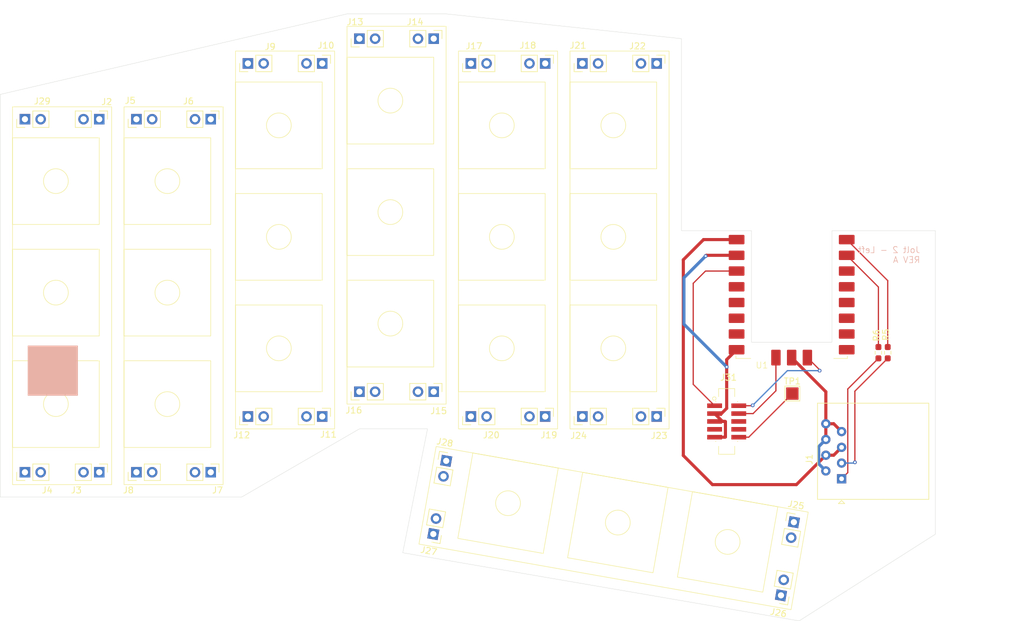
<source format=kicad_pcb>
(kicad_pcb (version 20240108) (generator "pcbnew") (generator_version "8.0")
  (layers (0 "F.Cu" signal) (31 "B.Cu" signal) (34 "B.Paste" user) (35 "F.Paste" user) (36 "B.SilkS" user "B.Silkscreen") (37 "F.SilkS" user "F.Silkscreen") (38 "B.Mask" user) (39 "F.Mask" user) (44 "Edge.Cuts" user))
  (net 0 "")
  (net 1 "/COL-A")
  (net 2 "/ROW-A")
  (net 3 "/ROW-B")
  (net 4 "/ROW-C")
  (net 5 "/ROW-D")
  (net 6 "/ROW-E")
  (net 7 "/ROW-F")
  (net 8 "/COL-B")
  (net 9 "/COL-C")
  (net 10 "/COL-D")
  (net 11 "SERRX")
  (net 12 "SERTX")
  (net 13 "RUN")
  (net 14 "VBUS")
  (net 15 "GND")
  (net 16 "+3.3V")
  (net 17 "Net-(R5-Pad1)")
  (net 18 "Net-(R6-Pad1)")
  (net 19 "SWDIO")
  (net 20 "SWCLK")
  (footprint "davidb-keyboard-foot:Pimoroni-Tiny2040" (layer "F.Cu") (at 164.79 113.33)
    (property "Reference" "U1" (at -4.8 11.4 0) (layer "F.SilkS") (effects (font (thickness 0.1))))
    (property "Value" "~")
    (fp_line (start -9 10.3) (end -9 9.8) (stroke (width 0.1)) (layer "F.SilkS"))
    (fp_line (start -6.6 10.3) (end -9 10.3) (stroke (width 0.1)) (layer "F.SilkS"))
    (fp_line (start 6.8 10.3) (end 9 10.3) (stroke (width 0.1)) (layer "F.SilkS"))
    (fp_line (start 9 10.3) (end 9 9.9) (stroke (width 0.1)) (layer "F.SilkS"))
    (pad "0" smd roundrect (at 8.89 -8.89) (size 2.54 1.524) (layers "F.Cu" "F.Paste" "F.Mask") (roundrect_rratio 0.1) (net 17 "Net-(R5-Pad1)"))
    (pad "1" smd roundrect (at 8.89 -6.35) (size 2.54 1.524) (layers "F.Cu" "F.Paste" "F.Mask") (roundrect_rratio 0.1) (net 18 "Net-(R6-Pad1)"))
    (pad "2" smd roundrect (at 8.89 -3.81) (size 2.54 1.524) (layers "F.Cu" "F.Paste" "F.Mask") (roundrect_rratio 0.1) (net 1 "/COL-A"))
    (pad "3" smd roundrect (at 8.89 -1.27) (size 2.54 1.524) (layers "F.Cu" "F.Paste" "F.Mask") (roundrect_rratio 0.1) (net 8 "/COL-B"))
    (pad "3V" smd roundrect (at -8.89 -3.81) (size 2.54 1.524) (layers "F.Cu" "F.Paste" "F.Mask") (roundrect_rratio 0.1) (net 16 "+3.3V"))
    (pad "4" smd roundrect (at 8.89 1.27) (size 2.54 1.524) (layers "F.Cu" "F.Paste" "F.Mask") (roundrect_rratio 0.1) (net 9 "/COL-C"))
    (pad "5" smd roundrect (at 8.89 3.81) (size 2.54 1.524) (layers "F.Cu" "F.Paste" "F.Mask") (roundrect_rratio 0.1) (net 10 "/COL-D"))
    (pad "5V" smd roundrect (at -8.89 -8.89) (size 2.54 1.524) (layers "F.Cu" "F.Paste" "F.Mask") (roundrect_rratio 0.1) (net 14 "VBUS"))
    (pad "6" smd roundrect (at 8.89 6.35) (size 2.54 1.524) (layers "F.Cu" "F.Paste" "F.Mask") (roundrect_rratio 0.1) (net 2 "/ROW-A"))
    (pad "7" smd roundrect (at 8.89 8.89) (size 2.54 1.524) (layers "F.Cu" "F.Paste" "F.Mask") (roundrect_rratio 0.1) (net 3 "/ROW-B"))
    (pad "A0" smd roundrect (at -8.89 6.35) (size 2.54 1.524) (layers "F.Cu" "F.Paste" "F.Mask") (roundrect_rratio 0.1) (net 4 "/ROW-C"))
    (pad "A1" smd roundrect (at -8.89 3.81) (size 2.54 1.524) (layers "F.Cu" "F.Paste" "F.Mask") (roundrect_rratio 0.1) (net 5 "/ROW-D"))
    (pad "A2" smd roundrect (at -8.89 1.27) (size 2.54 1.524) (layers "F.Cu" "F.Paste" "F.Mask") (roundrect_rratio 0.1) (net 6 "/ROW-E"))
    (pad "A3" smd roundrect (at -8.89 -1.27) (size 2.54 1.524) (layers "F.Cu" "F.Paste" "F.Mask") (roundrect_rratio 0.1) (net 7 "/ROW-F"))
    (pad "GND1" smd roundrect (at -8.89 -6.35) (size 2.54 1.524) (layers "F.Cu" "F.Paste" "F.Mask") (roundrect_rratio 0.1) (net 15 "GND"))
    (pad "GND2" smd roundrect (at -8.89 8.89) (size 2.54 1.524) (layers "F.Cu" "F.Paste" "F.Mask") (roundrect_rratio 0.1) (net 15 "GND"))
    (pad "GND3" smd roundrect (at 0 10.16 90) (size 2.54 1.524) (layers "F.Cu" "F.Paste" "F.Mask") (roundrect_rratio 0.1) (net 15 "GND"))
    (pad "SWC" smd roundrect (at -2.54 10.16 90) (size 2.54 1.524) (layers "F.Cu" "F.Paste" "F.Mask") (roundrect_rratio 0.1) (net 20 "SWCLK"))
    (pad "SWD" smd roundrect (at 2.54 10.16 90) (size 2.54 1.524) (layers "F.Cu" "F.Paste" "F.Mask") (roundrect_rratio 0.1) (net 19 "SWDIO"))
  )
  (footprint "Connector_PinHeader_2.54mm:PinHeader_1x02_P2.54mm_Vertical" (layer "F.Cu") (at 95 72 90)
    (property "Reference" "J13" (at 2.7 -0.7 180) (layer "F.SilkS"))
    (property "Value" "Conn_01x02_Pin")
    (fp_line (start -1.33 -1.33) (end 0 -1.33) (stroke (width 0.12)) (layer "F.SilkS"))
    (fp_line (start -1.33 0) (end -1.33 -1.33) (stroke (width 0.12)) (layer "F.SilkS"))
    (fp_line (start 1.33 1.27) (end 1.33 3.87) (stroke (width 0.12)) (layer "F.SilkS"))
    (fp_line (start -1.33 1.27) (end 1.33 1.27) (stroke (width 0.12)) (layer "F.SilkS"))
    (fp_line (start -1.33 1.27) (end -1.33 3.87) (stroke (width 0.12)) (layer "F.SilkS"))
    (fp_line (start -1.33 3.87) (end 1.33 3.87) (stroke (width 0.12)) (layer "F.SilkS"))
    (pad "1" thru_hole rect (at 0 0 90) (size 1.7 1.7) (drill 1) (layers "*.Cu" "*.Mask") (net 4 "/ROW-C"))
    (pad "2" thru_hole oval (at 0 2.54 90) (size 1.7 1.7) (drill 1) (layers "*.Cu" "*.Mask") (net 4 "/ROW-C"))
  )
  (footprint "Connector_PinHeader_2.54mm:PinHeader_1x02_P2.54mm_Vertical" (layer "F.Cu") (at 113 133 90)
    (property "Reference" "J20" (at -3 3.3 180) (layer "F.SilkS"))
    (property "Value" "Conn_01x02_Pin")
    (fp_line (start -1.33 -1.33) (end 0 -1.33) (stroke (width 0.12)) (layer "F.SilkS"))
    (fp_line (start -1.33 0) (end -1.33 -1.33) (stroke (width 0.12)) (layer "F.SilkS"))
    (fp_line (start 1.33 1.27) (end 1.33 3.87) (stroke (width 0.12)) (layer "F.SilkS"))
    (fp_line (start -1.33 1.27) (end 1.33 1.27) (stroke (width 0.12)) (layer "F.SilkS"))
    (fp_line (start -1.33 1.27) (end -1.33 3.87) (stroke (width 0.12)) (layer "F.SilkS"))
    (fp_line (start -1.33 3.87) (end 1.33 3.87) (stroke (width 0.12)) (layer "F.SilkS"))
    (pad "1" thru_hole rect (at 0 0 90) (size 1.7 1.7) (drill 1) (layers "*.Cu" "*.Mask") (net 3 "/ROW-B"))
    (pad "2" thru_hole oval (at 0 2.54 90) (size 1.7 1.7) (drill 1) (layers "*.Cu" "*.Mask") (net 3 "/ROW-B"))
  )
  (footprint "Connector_PinHeader_2.54mm:PinHeader_1x02_P2.54mm_Vertical" (layer "F.Cu") (at 89 76 -90)
    (property "Reference" "J10" (at -2.9 -0.6 180) (layer "F.SilkS"))
    (property "Value" "Conn_01x02_Pin")
    (fp_line (start -1.33 3.87) (end 1.33 3.87) (stroke (width 0.12)) (layer "F.SilkS"))
    (fp_line (start -1.33 1.27) (end -1.33 3.87) (stroke (width 0.12)) (layer "F.SilkS"))
    (fp_line (start -1.33 1.27) (end 1.33 1.27) (stroke (width 0.12)) (layer "F.SilkS"))
    (fp_line (start 1.33 1.27) (end 1.33 3.87) (stroke (width 0.12)) (layer "F.SilkS"))
    (fp_line (start -1.33 0) (end -1.33 -1.33) (stroke (width 0.12)) (layer "F.SilkS"))
    (fp_line (start -1.33 -1.33) (end 0 -1.33) (stroke (width 0.12)) (layer "F.SilkS"))
    (pad "1" thru_hole rect (at 0 0 270) (size 1.7 1.7) (drill 1) (layers "*.Cu" "*.Mask") (net 8 "/COL-B"))
    (pad "2" thru_hole oval (at 0 2.54 270) (size 1.7 1.7) (drill 1) (layers "*.Cu" "*.Mask") (net 8 "/COL-B"))
  )
  (footprint "Connector_PinHeader_2.54mm:PinHeader_1x02_P2.54mm_Vertical" (layer "F.Cu") (at 165.1509 150.0605 -10)
    (property "Reference" "J25" (at -0.135557 -2.779198 170) (layer "F.SilkS"))
    (property "Value" "Conn_01x02_Pin")
    (fp_line (start -1.33 3.87) (end 1.33 3.87) (stroke (width 0.12)) (layer "F.SilkS"))
    (fp_line (start -1.329999 1.27) (end -1.33 3.87) (stroke (width 0.12)) (layer "F.SilkS"))
    (fp_line (start -1.329999 1.27) (end 1.33 1.27) (stroke (width 0.12)) (layer "F.SilkS"))
    (fp_line (start -1.33 0) (end -1.33 -1.33) (stroke (width 0.12)) (layer "F.SilkS"))
    (fp_line (start -1.33 -1.33) (end 0 -1.33) (stroke (width 0.12)) (layer "F.SilkS"))
    (fp_line (start 1.33 1.27) (end 1.33 3.87) (stroke (width 0.12)) (layer "F.SilkS"))
    (pad "1" thru_hole rect (at 0 0 350) (size 1.7 1.7) (drill 1) (layers "*.Cu" "*.Mask") (net 7 "/ROW-F"))
    (pad "2" thru_hole oval (at 0 2.54 350) (size 1.7 1.7) (drill 1) (layers "*.Cu" "*.Mask") (net 7 "/ROW-F"))
  )
  (footprint "Resistor_SMD:R_0603_1608Metric_Pad0.98x0.95mm_HandSolder" (layer "F.Cu") (at 180.3 122.7 -90)
    (property "Reference" "R5" (at -2.9 0.3 90) (layer "F.SilkS"))
    (property "Value" "27")
    (fp_line (start -0.254724 0.5225) (end 0.254724 0.5225) (stroke (width 0.12)) (layer "F.SilkS"))
    (fp_line (start -0.254724 -0.5225) (end 0.254724 -0.5225) (stroke (width 0.12)) (layer "F.SilkS"))
    (pad "1" smd roundrect (at -0.9125 0 270) (size 0.975 0.95) (layers "F.Cu" "F.Paste" "F.Mask") (net 17 "Net-(R5-Pad1)"))
    (pad "2" smd roundrect (at 0.9125 0 270) (size 0.975 0.95) (layers "F.Cu" "F.Paste" "F.Mask") (net 12 "SERTX"))
  )
  (footprint "Connector_PinHeader_2.54mm:PinHeader_1x02_P2.54mm_Vertical" (layer "F.Cu") (at 59 85 90)
    (property "Reference" "J5" (at 3 -1 180) (layer "F.SilkS"))
    (property "Value" "Conn_01x02_Pin")
    (fp_line (start -1.33 -1.33) (end 0 -1.33) (stroke (width 0.12)) (layer "F.SilkS"))
    (fp_line (start -1.33 0) (end -1.33 -1.33) (stroke (width 0.12)) (layer "F.SilkS"))
    (fp_line (start 1.33 1.27) (end 1.33 3.87) (stroke (width 0.12)) (layer "F.SilkS"))
    (fp_line (start -1.33 1.27) (end 1.33 1.27) (stroke (width 0.12)) (layer "F.SilkS"))
    (fp_line (start -1.33 1.27) (end -1.33 3.87) (stroke (width 0.12)) (layer "F.SilkS"))
    (fp_line (start -1.33 3.87) (end 1.33 3.87) (stroke (width 0.12)) (layer "F.SilkS"))
    (pad "1" thru_hole rect (at 0 0 90) (size 1.7 1.7) (drill 1) (layers "*.Cu" "*.Mask") (net 4 "/ROW-C"))
    (pad "2" thru_hole oval (at 0 2.54 90) (size 1.7 1.7) (drill 1) (layers "*.Cu" "*.Mask") (net 4 "/ROW-C"))
  )
  (footprint "Connector_RJ:RJ45_Amphenol_54602-x08_Horizontal" (layer "F.Cu") (at 172.85 143.06 90)
    (property "Reference" "J1" (at 3.145 -5.2 90) (layer "F.SilkS"))
    (property "Value" "RJ45")
    (fp_line (start 12.205 -3.88) (end -3.315 -3.88) (stroke (width 0.12)) (layer "F.SilkS"))
    (fp_line (start 12.205 -3.88) (end 12.205 14.08) (stroke (width 0.12)) (layer "F.SilkS"))
    (fp_line (start -3.315 -3.88) (end -3.315 14.08) (stroke (width 0.12)) (layer "F.SilkS"))
    (fp_line (start -4 -0.5) (end -4 0.5) (stroke (width 0.12)) (layer "F.SilkS"))
    (fp_line (start -3.5 0) (end -4 -0.5) (stroke (width 0.12)) (layer "F.SilkS"))
    (fp_line (start -4 0.5) (end -3.5 0) (stroke (width 0.12)) (layer "F.SilkS"))
    (fp_line (start -3.315 14.08) (end 12.205 14.08) (stroke (width 0.12)) (layer "F.SilkS"))
    (pad "" np_thru_hole circle (at -1.27 6.35 90) (size 3.2 3.2) (drill 3.2) (layers "*.Cu" "*.Mask"))
    (pad "" np_thru_hole circle (at 10.16 6.35 90) (size 3.2 3.2) (drill 3.2) (layers "*.Cu" "*.Mask"))
    (pad "1" thru_hole rect (at 0 0 90) (size 1.5 1.5) (drill 0.76) (layers "*.Cu" "*.Mask") (net 11 "SERRX"))
    (pad "2" thru_hole circle (at 1.27 -2.54 90) (size 1.5 1.5) (drill 0.76) (layers "*.Cu" "*.Mask") (net 15 "GND"))
    (pad "3" thru_hole circle (at 2.54 0 90) (size 1.5 1.5) (drill 0.76) (layers "*.Cu" "*.Mask") (net 12 "SERTX"))
    (pad "4" thru_hole circle (at 3.81 -2.54 90) (size 1.5 1.5) (drill 0.76) (layers "*.Cu" "*.Mask") (net 14 "VBUS"))
    (pad "5" thru_hole circle (at 5.08 0 90) (size 1.5 1.5) (drill 0.76) (layers "*.Cu" "*.Mask") (net 14 "VBUS"))
    (pad "6" thru_hole circle (at 6.35 -2.54 90) (size 1.5 1.5) (drill 0.76) (layers "*.Cu" "*.Mask") (net 15 "GND"))
    (pad "7" thru_hole circle (at 7.62 0 90) (size 1.5 1.5) (drill 0.76) (layers "*.Cu" "*.Mask") (net 15 "GND"))
    (pad "8" thru_hole circle (at 8.89 -2.54 90) (size 1.5 1.5) (drill 0.76) (layers "*.Cu" "*.Mask") (net 15 "GND"))
  )
  (footprint "Connector_PinHeader_2.54mm:PinHeader_1x02_P2.54mm_Vertical" (layer "F.Cu") (at 77 133 90)
    (property "Reference" "J12" (at -3 -1 180) (layer "F.SilkS"))
    (property "Value" "Conn_01x02_Pin")
    (fp_line (start -1.33 -1.33) (end 0 -1.33) (stroke (width 0.12)) (layer "F.SilkS"))
    (fp_line (start -1.33 0) (end -1.33 -1.33) (stroke (width 0.12)) (layer "F.SilkS"))
    (fp_line (start 1.33 1.27) (end 1.33 3.87) (stroke (width 0.12)) (layer "F.SilkS"))
    (fp_line (start -1.33 1.27) (end 1.33 1.27) (stroke (width 0.12)) (layer "F.SilkS"))
    (fp_line (start -1.33 1.27) (end -1.33 3.87) (stroke (width 0.12)) (layer "F.SilkS"))
    (fp_line (start -1.33 3.87) (end 1.33 3.87) (stroke (width 0.12)) (layer "F.SilkS"))
    (pad "1" thru_hole rect (at 0 0 90) (size 1.7 1.7) (drill 1) (layers "*.Cu" "*.Mask") (net 3 "/ROW-B"))
    (pad "2" thru_hole oval (at 0 2.54 90) (size 1.7 1.7) (drill 1) (layers "*.Cu" "*.Mask") (net 3 "/ROW-B"))
  )
  (footprint "Connector_PinHeader_2.54mm:PinHeader_1x02_P2.54mm_Vertical" (layer "F.Cu") (at 53 85 -90)
    (property "Reference" "J2" (at -2.8 -1.2 180) (layer "F.SilkS"))
    (property "Value" "Conn_01x02_Pin")
    (fp_line (start -1.33 3.87) (end 1.33 3.87) (stroke (width 0.12)) (layer "F.SilkS"))
    (fp_line (start -1.33 1.27) (end -1.33 3.87) (stroke (width 0.12)) (layer "F.SilkS"))
    (fp_line (start -1.33 1.27) (end 1.33 1.27) (stroke (width 0.12)) (layer "F.SilkS"))
    (fp_line (start 1.33 1.27) (end 1.33 3.87) (stroke (width 0.12)) (layer "F.SilkS"))
    (fp_line (start -1.33 0) (end -1.33 -1.33) (stroke (width 0.12)) (layer "F.SilkS"))
    (fp_line (start -1.33 -1.33) (end 0 -1.33) (stroke (width 0.12)) (layer "F.SilkS"))
    (pad "1" thru_hole rect (at 0 0 270) (size 1.7 1.7) (drill 1) (layers "*.Cu" "*.Mask") (net 1 "/COL-A"))
    (pad "2" thru_hole oval (at 0 2.54 270) (size 1.7 1.7) (drill 1) (layers "*.Cu" "*.Mask") (net 1 "/COL-A"))
  )
  (footprint "Connector_PinHeader_2.54mm:PinHeader_1x02_P2.54mm_Vertical" (layer "F.Cu") (at 77 76 90)
    (property "Reference" "J9" (at 2.7 3.6 180) (layer "F.SilkS"))
    (property "Value" "Conn_01x02_Pin")
    (fp_line (start -1.33 -1.33) (end 0 -1.33) (stroke (width 0.12)) (layer "F.SilkS"))
    (fp_line (start -1.33 0) (end -1.33 -1.33) (stroke (width 0.12)) (layer "F.SilkS"))
    (fp_line (start 1.33 1.27) (end 1.33 3.87) (stroke (width 0.12)) (layer "F.SilkS"))
    (fp_line (start -1.33 1.27) (end 1.33 1.27) (stroke (width 0.12)) (layer "F.SilkS"))
    (fp_line (start -1.33 1.27) (end -1.33 3.87) (stroke (width 0.12)) (layer "F.SilkS"))
    (fp_line (start -1.33 3.87) (end 1.33 3.87) (stroke (width 0.12)) (layer "F.SilkS"))
    (pad "1" thru_hole rect (at 0 0 90) (size 1.7 1.7) (drill 1) (layers "*.Cu" "*.Mask") (net 7 "/ROW-F"))
    (pad "2" thru_hole oval (at 0 2.54 90) (size 1.7 1.7) (drill 1) (layers "*.Cu" "*.Mask") (net 7 "/ROW-F"))
  )
  (footprint "Connector_PinHeader_2.54mm:PinHeader_1x02_P2.54mm_Vertical" (layer "F.Cu") (at 131 76 90)
    (property "Reference" "J21" (at 2.9 -0.7 180) (layer "F.SilkS"))
    (property "Value" "Conn_01x02_Pin")
    (fp_line (start -1.33 -1.33) (end 0 -1.33) (stroke (width 0.12)) (layer "F.SilkS"))
    (fp_line (start -1.33 0) (end -1.33 -1.33) (stroke (width 0.12)) (layer "F.SilkS"))
    (fp_line (start 1.33 1.27) (end 1.33 3.87) (stroke (width 0.12)) (layer "F.SilkS"))
    (fp_line (start -1.33 1.27) (end 1.33 1.27) (stroke (width 0.12)) (layer "F.SilkS"))
    (fp_line (start -1.33 1.27) (end -1.33 3.87) (stroke (width 0.12)) (layer "F.SilkS"))
    (fp_line (start -1.33 3.87) (end 1.33 3.87) (stroke (width 0.12)) (layer "F.SilkS"))
    (pad "1" thru_hole rect (at 0 0 90) (size 1.7 1.7) (drill 1) (layers "*.Cu" "*.Mask") (net 4 "/ROW-C"))
    (pad "2" thru_hole oval (at 0 2.54 90) (size 1.7 1.7) (drill 1) (layers "*.Cu" "*.Mask") (net 4 "/ROW-C"))
  )
  (footprint "Connector_PinHeader_2.54mm:PinHeader_1x02_P2.54mm_Vertical" (layer "F.Cu") (at 125 76 -90)
    (property "Reference" "J18" (at -2.9 2.8 180) (layer "F.SilkS"))
    (property "Value" "Conn_01x02_Pin")
    (fp_line (start -1.33 3.87) (end 1.33 3.87) (stroke (width 0.12)) (layer "F.SilkS"))
    (fp_line (start -1.33 1.27) (end -1.33 3.87) (stroke (width 0.12)) (layer "F.SilkS"))
    (fp_line (start -1.33 1.27) (end 1.33 1.27) (stroke (width 0.12)) (layer "F.SilkS"))
    (fp_line (start 1.33 1.27) (end 1.33 3.87) (stroke (width 0.12)) (layer "F.SilkS"))
    (fp_line (start -1.33 0) (end -1.33 -1.33) (stroke (width 0.12)) (layer "F.SilkS"))
    (fp_line (start -1.33 -1.33) (end 0 -1.33) (stroke (width 0.12)) (layer "F.SilkS"))
    (pad "1" thru_hole rect (at 0 0 270) (size 1.7 1.7) (drill 1) (layers "*.Cu" "*.Mask") (net 9 "/COL-C"))
    (pad "2" thru_hole oval (at 0 2.54 270) (size 1.7 1.7) (drill 1) (layers "*.Cu" "*.Mask") (net 9 "/COL-C"))
  )
  (footprint "TestPoint:TestPoint_Pad_2.0x2.0mm" (layer "F.Cu") (at 164.9 129.3)
    (property "Reference" "TP1" (at 0 -1.998 0) (layer "F.SilkS"))
    (property "Value" "Reset")
    (fp_line (start -1.2 -1.2) (end 1.2 -1.2) (stroke (width 0.12)) (layer "F.SilkS"))
    (fp_line (start -1.2 1.2) (end -1.2 -1.2) (stroke (width 0.12)) (layer "F.SilkS"))
    (fp_line (start 1.2 -1.2) (end 1.2 1.2) (stroke (width 0.12)) (layer "F.SilkS"))
    (fp_line (start 1.2 1.2) (end -1.2 1.2) (stroke (width 0.12)) (layer "F.SilkS"))
    (pad "1" smd rect (at 0 0) (size 2 2) (layers "F.Cu" "F.Mask") (net 13 "RUN"))
  )
  (footprint "davidb-keyboard-foot:Cortex-M-Debug10" (layer "F.Cu") (at 154.3 133.8)
    (property "Reference" "J31" (at 0.3 -7.1 0) (layer "F.SilkS"))
    (property "Value" "Conn_ARM_JTAG_SWD_10")
    (fp_line (start -1.765 -3.235) (end -1.765 -3.17) (stroke (width 0.12)) (layer "F.SilkS"))
    (fp_line (start -1.765 3.17) (end -1.765 3.235) (stroke (width 0.12)) (layer "F.SilkS"))
    (fp_line (start -1.3 -5.3) (end 1.3 -5.3) (stroke (width 0.1)) (layer "F.SilkS"))
    (fp_line (start -1.3 -4) (end -1.3 -5.3) (stroke (width 0.1)) (layer "F.SilkS"))
    (fp_line (start -1.3 4) (end -1.3 5.3) (stroke (width 0.1)) (layer "F.SilkS"))
    (fp_line (start -1.3 5.3) (end 1.3 5.3) (stroke (width 0.1)) (layer "F.SilkS"))
    (fp_line (start 1.3 -5.3) (end 1.3 -4) (stroke (width 0.1)) (layer "F.SilkS"))
    (fp_line (start 1.3 5.3) (end 1.3 4) (stroke (width 0.1)) (layer "F.SilkS"))
    (fp_line (start 1.765 -3.235) (end 1.765 -3.17) (stroke (width 0.12)) (layer "F.SilkS"))
    (fp_line (start 1.765 3.17) (end 1.765 3.235) (stroke (width 0.12)) (layer "F.SilkS"))
    (fp_circle (center -2 -3.7) (end -1.8 -3.9) (stroke (width 0.1)) (fill none) (layer "F.SilkS"))
    (pad "1" smd rect (at -1.95 -2.54) (size 2.4 0.74) (layers "F.Cu" "F.Paste" "F.Mask") (net 16 "+3.3V"))
    (pad "2" smd rect (at 1.95 -2.54) (size 2.4 0.74) (layers "F.Cu" "F.Paste" "F.Mask") (net 19 "SWDIO"))
    (pad "3" smd rect (at -1.95 -1.27) (size 2.4 0.74) (layers "F.Cu" "F.Paste" "F.Mask") (net 15 "GND"))
    (pad "4" smd rect (at 1.95 -1.27) (size 2.4 0.74) (layers "F.Cu" "F.Paste" "F.Mask") (net 20 "SWCLK"))
    (pad "5" smd rect (at -1.95 0) (size 2.4 0.74) (layers "F.Cu" "F.Paste" "F.Mask") (net 15 "GND"))
    (pad "6" smd rect (at 1.95 0) (size 2.4 0.74) (layers "F.Cu" "F.Paste" "F.Mask"))
    (pad "7" smd rect (at -1.95 1.27) (size 2.4 0.74) (layers "F.Cu" "F.Paste" "F.Mask"))
    (pad "8" smd rect (at 1.95 1.27) (size 2.4 0.74) (layers "F.Cu" "F.Paste" "F.Mask"))
    (pad "9" smd rect (at -1.95 2.54) (size 2.4 0.74) (layers "F.Cu" "F.Paste" "F.Mask") (net 15 "GND"))
    (pad "10" smd rect (at 1.95 2.54) (size 2.4 0.74) (layers "F.Cu" "F.Paste" "F.Mask") (net 13 "RUN"))
  )
  (footprint "Connector_PinHeader_2.54mm:PinHeader_1x02_P2.54mm_Vertical" (layer "F.Cu") (at 107 129 -90)
    (property "Reference" "J15" (at 3.1 -0.8 180) (layer "F.SilkS"))
    (property "Value" "Conn_01x02_Pin")
    (fp_line (start -1.33 3.87) (end 1.33 3.87) (stroke (width 0.12)) (layer "F.SilkS"))
    (fp_line (start -1.33 1.27) (end -1.33 3.87) (stroke (width 0.12)) (layer "F.SilkS"))
    (fp_line (start -1.33 1.27) (end 1.33 1.27) (stroke (width 0.12)) (layer "F.SilkS"))
    (fp_line (start 1.33 1.27) (end 1.33 3.87) (stroke (width 0.12)) (layer "F.SilkS"))
    (fp_line (start -1.33 0) (end -1.33 -1.33) (stroke (width 0.12)) (layer "F.SilkS"))
    (fp_line (start -1.33 -1.33) (end 0 -1.33) (stroke (width 0.12)) (layer "F.SilkS"))
    (pad "1" thru_hole rect (at 0 0 270) (size 1.7 1.7) (drill 1) (layers "*.Cu" "*.Mask") (net 5 "/ROW-D"))
    (pad "2" thru_hole oval (at 0 2.54 270) (size 1.7 1.7) (drill 1) (layers "*.Cu" "*.Mask") (net 5 "/ROW-D"))
  )
  (footprint "Connector_PinHeader_2.54mm:PinHeader_1x02_P2.54mm_Vertical" (layer "F.Cu") (at 106.9331 151.9803 170)
    (property "Reference" "J27" (at 0.24966 -2.805717 170) (layer "F.SilkS"))
    (property "Value" "Conn_01x02_Pin")
    (fp_line (start 1.33 1.27) (end 1.33 3.87) (stroke (width 0.12)) (layer "F.SilkS"))
    (fp_line (start -1.33 -1.33) (end 0 -1.33) (stroke (width 0.12)) (layer "F.SilkS"))
    (fp_line (start -1.33 0) (end -1.33 -1.33) (stroke (width 0.12)) (layer "F.SilkS"))
    (fp_line (start -1.329999 1.27) (end 1.33 1.27) (stroke (width 0.12)) (layer "F.SilkS"))
    (fp_line (start -1.329999 1.27) (end -1.33 3.87) (stroke (width 0.12)) (layer "F.SilkS"))
    (fp_line (start -1.33 3.87) (end 1.33 3.87) (stroke (width 0.12)) (layer "F.SilkS"))
    (pad "1" thru_hole rect (at 0 0 170) (size 1.7 1.7) (drill 1) (layers "*.Cu" "*.Mask") (net 2 "/ROW-A"))
    (pad "2" thru_hole oval (at 0 2.54 170) (size 1.7 1.7) (drill 1) (layers "*.Cu" "*.Mask") (net 2 "/ROW-A"))
  )
  (footprint "Connector_PinHeader_2.54mm:PinHeader_1x02_P2.54mm_Vertical" (layer "F.Cu") (at 163.0671 161.8782 170)
    (property "Reference" "J26" (at -0.091546 -2.849181 170) (layer "F.SilkS"))
    (property "Value" "Conn_01x02_Pin")
    (fp_line (start 1.33 1.27) (end 1.33 3.87) (stroke (width 0.12)) (layer "F.SilkS"))
    (fp_line (start -1.33 -1.33) (end 0 -1.33) (stroke (width 0.12)) (layer "F.SilkS"))
    (fp_line (start -1.33 0) (end -1.33 -1.33) (stroke (width 0.12)) (layer "F.SilkS"))
    (fp_line (start -1.329999 1.27) (end 1.33 1.27) (stroke (width 0.12)) (layer "F.SilkS"))
    (fp_line (start -1.329999 1.27) (end -1.33 3.87) (stroke (width 0.12)) (layer "F.SilkS"))
    (fp_line (start -1.33 3.87) (end 1.33 3.87) (stroke (width 0.12)) (layer "F.SilkS"))
    (pad "1" thru_hole rect (at 0 0 170) (size 1.7 1.7) (drill 1) (layers "*.Cu" "*.Mask") (net 10 "/COL-D"))
    (pad "2" thru_hole oval (at 0 2.54 170) (size 1.7 1.7) (drill 1) (layers "*.Cu" "*.Mask") (net 10 "/COL-D"))
  )
  (footprint "Connector_PinHeader_2.54mm:PinHeader_1x02_P2.54mm_Vertical" (layer "F.Cu") (at 113 76 90)
    (property "Reference" "J17" (at 2.8 0.5 180) (layer "F.SilkS"))
    (property "Value" "Conn_01x02_Pin")
    (fp_line (start -1.33 -1.33) (end 0 -1.33) (stroke (width 0.12)) (layer "F.SilkS"))
    (fp_line (start -1.33 0) (end -1.33 -1.33) (stroke (width 0.12)) (layer "F.SilkS"))
    (fp_line (start 1.33 1.27) (end 1.33 3.87) (stroke (width 0.12)) (layer "F.SilkS"))
    (fp_line (start -1.33 1.27) (end 1.33 1.27) (stroke (width 0.12)) (layer "F.SilkS"))
    (fp_line (start -1.33 1.27) (end -1.33 3.87) (stroke (width 0.12)) (layer "F.SilkS"))
    (fp_line (start -1.33 3.87) (end 1.33 3.87) (stroke (width 0.12)) (layer "F.SilkS"))
    (pad "1" thru_hole rect (at 0 0 90) (size 1.7 1.7) (drill 1) (layers "*.Cu" "*.Mask") (net 7 "/ROW-F"))
    (pad "2" thru_hole oval (at 0 2.54 90) (size 1.7 1.7) (drill 1) (layers "*.Cu" "*.Mask") (net 7 "/ROW-F"))
  )
  (footprint "Connector_PinHeader_2.54mm:PinHeader_1x02_P2.54mm_Vertical" (layer "F.Cu") (at 71 142 -90)
    (property "Reference" "J7" (at 2.9 -1.1 180) (layer "F.SilkS"))
    (property "Value" "Conn_01x02_Pin")
    (fp_line (start -1.33 3.87) (end 1.33 3.87) (stroke (width 0.12)) (layer "F.SilkS"))
    (fp_line (start -1.33 1.27) (end -1.33 3.87) (stroke (width 0.12)) (layer "F.SilkS"))
    (fp_line (start -1.33 1.27) (end 1.33 1.27) (stroke (width 0.12)) (layer "F.SilkS"))
    (fp_line (start 1.33 1.27) (end 1.33 3.87) (stroke (width 0.12)) (layer "F.SilkS"))
    (fp_line (start -1.33 0) (end -1.33 -1.33) (stroke (width 0.12)) (layer "F.SilkS"))
    (fp_line (start -1.33 -1.33) (end 0 -1.33) (stroke (width 0.12)) (layer "F.SilkS"))
    (pad "1" thru_hole rect (at 0 0 270) (size 1.7 1.7) (drill 1) (layers "*.Cu" "*.Mask") (net 5 "/ROW-D"))
    (pad "2" thru_hole oval (at 0 2.54 270) (size 1.7 1.7) (drill 1) (layers "*.Cu" "*.Mask") (net 5 "/ROW-D"))
  )
  (footprint "Connector_PinHeader_2.54mm:PinHeader_1x02_P2.54mm_Vertical" (layer "F.Cu") (at 143 76 -90)
    (property "Reference" "J22" (at -2.8 3.1 180) (layer "F.SilkS"))
    (property "Value" "Conn_01x02_Pin")
    (fp_line (start -1.33 3.87) (end 1.33 3.87) (stroke (width 0.12)) (layer "F.SilkS"))
    (fp_line (start -1.33 1.27) (end -1.33 3.87) (stroke (width 0.12)) (layer "F.SilkS"))
    (fp_line (start -1.33 1.27) (end 1.33 1.27) (stroke (width 0.12)) (layer "F.SilkS"))
    (fp_line (start 1.33 1.27) (end 1.33 3.87) (stroke (width 0.12)) (layer "F.SilkS"))
    (fp_line (start -1.33 0) (end -1.33 -1.33) (stroke (width 0.12)) (layer "F.SilkS"))
    (fp_line (start -1.33 -1.33) (end 0 -1.33) (stroke (width 0.12)) (layer "F.SilkS"))
    (pad "1" thru_hole rect (at 0 0 270) (size 1.7 1.7) (drill 1) (layers "*.Cu" "*.Mask") (net 9 "/COL-C"))
    (pad "2" thru_hole oval (at 0 2.54 270) (size 1.7 1.7) (drill 1) (layers "*.Cu" "*.Mask") (net 9 "/COL-C"))
  )
  (footprint "Connector_PinHeader_2.54mm:PinHeader_1x02_P2.54mm_Vertical" (layer "F.Cu") (at 89 133 -90)
    (property "Reference" "J11" (at 2.9 -1 180) (layer "F.SilkS"))
    (property "Value" "Conn_01x02_Pin")
    (fp_line (start -1.33 3.87) (end 1.33 3.87) (stroke (width 0.12)) (layer "F.SilkS"))
    (fp_line (start -1.33 1.27) (end -1.33 3.87) (stroke (width 0.12)) (layer "F.SilkS"))
    (fp_line (start -1.33 1.27) (end 1.33 1.27) (stroke (width 0.12)) (layer "F.SilkS"))
    (fp_line (start 1.33 1.27) (end 1.33 3.87) (stroke (width 0.12)) (layer "F.SilkS"))
    (fp_line (start -1.33 0) (end -1.33 -1.33) (stroke (width 0.12)) (layer "F.SilkS"))
    (fp_line (start -1.33 -1.33) (end 0 -1.33) (stroke (width 0.12)) (layer "F.SilkS"))
    (pad "1" thru_hole rect (at 0 0 270) (size 1.7 1.7) (drill 1) (layers "*.Cu" "*.Mask") (net 2 "/ROW-A"))
    (pad "2" thru_hole oval (at 0 2.54 270) (size 1.7 1.7) (drill 1) (layers "*.Cu" "*.Mask") (net 2 "/ROW-A"))
  )
  (footprint "Resistor_SMD:R_0603_1608Metric_Pad0.98x0.95mm_HandSolder" (layer "F.Cu") (at 178.8 122.7 -90)
    (property "Reference" "R6" (at -2.8 0.3 90) (layer "F.SilkS"))
    (property "Value" "27")
    (fp_line (start -0.254724 0.5225) (end 0.254724 0.5225) (stroke (width 0.12)) (layer "F.SilkS"))
    (fp_line (start -0.254724 -0.5225) (end 0.254724 -0.5225) (stroke (width 0.12)) (layer "F.SilkS"))
    (pad "1" smd roundrect (at -0.9125 0 270) (size 0.975 0.95) (layers "F.Cu" "F.Paste" "F.Mask") (net 18 "Net-(R6-Pad1)"))
    (pad "2" smd roundrect (at 0.9125 0 270) (size 0.975 0.95) (layers "F.Cu" "F.Paste" "F.Mask") (net 11 "SERRX"))
  )
  (footprint "Connector_PinHeader_2.54mm:PinHeader_1x02_P2.54mm_Vertical" (layer "F.Cu") (at 71 85 -90)
    (property "Reference" "J6" (at -2.9 3.6 180) (layer "F.SilkS"))
    (property "Value" "Conn_01x02_Pin")
    (fp_line (start -1.33 3.87) (end 1.33 3.87) (stroke (width 0.12)) (layer "F.SilkS"))
    (fp_line (start -1.33 1.27) (end -1.33 3.87) (stroke (width 0.12)) (layer "F.SilkS"))
    (fp_line (start -1.33 1.27) (end 1.33 1.27) (stroke (width 0.12)) (layer "F.SilkS"))
    (fp_line (start 1.33 1.27) (end 1.33 3.87) (stroke (width 0.12)) (layer "F.SilkS"))
    (fp_line (start -1.33 0) (end -1.33 -1.33) (stroke (width 0.12)) (layer "F.SilkS"))
    (fp_line (start -1.33 -1.33) (end 0 -1.33) (stroke (width 0.12)) (layer "F.SilkS"))
    (pad "1" thru_hole rect (at 0 0 270) (size 1.7 1.7) (drill 1) (layers "*.Cu" "*.Mask") (net 1 "/COL-A"))
    (pad "2" thru_hole oval (at 0 2.54 270) (size 1.7 1.7) (drill 1) (layers "*.Cu" "*.Mask") (net 1 "/COL-A"))
  )
  (footprint "Connector_PinHeader_2.54mm:PinHeader_1x02_P2.54mm_Vertical" (layer "F.Cu") (at 131 133 90)
    (property "Reference" "J24" (at -3.1 -0.6 180) (layer "F.SilkS"))
    (property "Value" "Conn_01x02_Pin")
    (fp_line (start -1.33 -1.33) (end 0 -1.33) (stroke (width 0.12)) (layer "F.SilkS"))
    (fp_line (start -1.33 0) (end -1.33 -1.33) (stroke (width 0.12)) (layer "F.SilkS"))
    (fp_line (start 1.33 1.27) (end 1.33 3.87) (stroke (width 0.12)) (layer "F.SilkS"))
    (fp_line (start -1.33 1.27) (end 1.33 1.27) (stroke (width 0.12)) (layer "F.SilkS"))
    (fp_line (start -1.33 1.27) (end -1.33 3.87) (stroke (width 0.12)) (layer "F.SilkS"))
    (fp_line (start -1.33 3.87) (end 1.33 3.87) (stroke (width 0.12)) (layer "F.SilkS"))
    (pad "1" thru_hole rect (at 0 0 90) (size 1.7 1.7) (drill 1) (layers "*.Cu" "*.Mask") (net 6 "/ROW-E"))
    (pad "2" thru_hole oval (at 0 2.54 90) (size 1.7 1.7) (drill 1) (layers "*.Cu" "*.Mask") (net 6 "/ROW-E"))
  )
  (footprint "Connector_PinHeader_2.54mm:PinHeader_1x02_P2.54mm_Vertical" (layer "F.Cu") (at 53 142 -90)
    (property "Reference" "J3" (at 2.9 3.7 180) (layer "F.SilkS"))
    (property "Value" "Conn_01x02_Pin")
    (fp_line (start -1.33 3.87) (end 1.33 3.87) (stroke (width 0.12)) (layer "F.SilkS"))
    (fp_line (start -1.33 1.27) (end -1.33 3.87) (stroke (width 0.12)) (layer "F.SilkS"))
    (fp_line (start -1.33 1.27) (end 1.33 1.27) (stroke (width 0.12)) (layer "F.SilkS"))
    (fp_line (start 1.33 1.27) (end 1.33 3.87) (stroke (width 0.12)) (layer "F.SilkS"))
    (fp_line (start -1.33 0) (end -1.33 -1.33) (stroke (width 0.12)) (layer "F.SilkS"))
    (fp_line (start -1.33 -1.33) (end 0 -1.33) (stroke (width 0.12)) (layer "F.SilkS"))
    (pad "1" thru_hole rect (at 0 0 270) (size 1.7 1.7) (drill 1) (layers "*.Cu" "*.Mask") (net 2 "/ROW-A"))
    (pad "2" thru_hole oval (at 0 2.54 270) (size 1.7 1.7) (drill 1) (layers "*.Cu" "*.Mask") (net 2 "/ROW-A"))
  )
  (footprint "Connector_PinHeader_2.54mm:PinHeader_1x02_P2.54mm_Vertical" (layer "F.Cu") (at 41 85 90)
    (property "Reference" "J29" (at 2.9 2.8 180) (layer "F.SilkS"))
    (property "Value" "Conn_01x02_Pin")
    (fp_line (start -1.33 -1.33) (end 0 -1.33) (stroke (width 0.12)) (layer "F.SilkS"))
    (fp_line (start -1.33 0) (end -1.33 -1.33) (stroke (width 0.12)) (layer "F.SilkS"))
    (fp_line (start 1.33 1.27) (end 1.33 3.87) (stroke (width 0.12)) (layer "F.SilkS"))
    (fp_line (start -1.33 1.27) (end 1.33 1.27) (stroke (width 0.12)) (layer "F.SilkS"))
    (fp_line (start -1.33 1.27) (end -1.33 3.87) (stroke (width 0.12)) (layer "F.SilkS"))
    (fp_line (start -1.33 3.87) (end 1.33 3.87) (stroke (width 0.12)) (layer "F.SilkS"))
    (pad "1" thru_hole rect (at 0 0 90) (size 1.7 1.7) (drill 1) (layers "*.Cu" "*.Mask") (net 4 "/ROW-C"))
    (pad "2" thru_hole oval (at 0 2.54 90) (size 1.7 1.7) (drill 1) (layers "*.Cu" "*.Mask") (net 4 "/ROW-C"))
  )
  (footprint "Connector_PinHeader_2.54mm:PinHeader_1x02_P2.54mm_Vertical" (layer "F.Cu") (at 125 133 -90)
    (property "Reference" "J19" (at 3 -0.6 180) (layer "F.SilkS"))
    (property "Value" "Conn_01x02_Pin")
    (fp_line (start -1.33 3.87) (end 1.33 3.87) (stroke (width 0.12)) (layer "F.SilkS"))
    (fp_line (start -1.33 1.27) (end -1.33 3.87) (stroke (width 0.12)) (layer "F.SilkS"))
    (fp_line (start -1.33 1.27) (end 1.33 1.27) (stroke (width 0.12)) (layer "F.SilkS"))
    (fp_line (start 1.33 1.27) (end 1.33 3.87) (stroke (width 0.12)) (layer "F.SilkS"))
    (fp_line (start -1.33 0) (end -1.33 -1.33) (stroke (width 0.12)) (layer "F.SilkS"))
    (fp_line (start -1.33 -1.33) (end 0 -1.33) (stroke (width 0.12)) (layer "F.SilkS"))
    (pad "1" thru_hole rect (at 0 0 270) (size 1.7 1.7) (drill 1) (layers "*.Cu" "*.Mask") (net 2 "/ROW-A"))
    (pad "2" thru_hole oval (at 0 2.54 270) (size 1.7 1.7) (drill 1) (layers "*.Cu" "*.Mask") (net 2 "/ROW-A"))
  )
  (footprint "Connector_PinHeader_2.54mm:PinHeader_1x02_P2.54mm_Vertical" (layer "F.Cu") (at 95 129 90)
    (property "Reference" "J16" (at -3 -0.9 180) (layer "F.SilkS"))
    (property "Value" "Conn_01x02_Pin")
    (fp_line (start -1.33 -1.33) (end 0 -1.33) (stroke (width 0.12)) (layer "F.SilkS"))
    (fp_line (start -1.33 0) (end -1.33 -1.33) (stroke (width 0.12)) (layer "F.SilkS"))
    (fp_line (start 1.33 1.27) (end 1.33 3.87) (stroke (width 0.12)) (layer "F.SilkS"))
    (fp_line (start -1.33 1.27) (end 1.33 1.27) (stroke (width 0.12)) (layer "F.SilkS"))
    (fp_line (start -1.33 1.27) (end -1.33 3.87) (stroke (width 0.12)) (layer "F.SilkS"))
    (fp_line (start -1.33 3.87) (end 1.33 3.87) (stroke (width 0.12)) (layer "F.SilkS"))
    (pad "1" thru_hole rect (at 0 0 90) (size 1.7 1.7) (drill 1) (layers "*.Cu" "*.Mask") (net 6 "/ROW-E"))
    (pad "2" thru_hole oval (at 0 2.54 90) (size 1.7 1.7) (drill 1) (layers "*.Cu" "*.Mask") (net 6 "/ROW-E"))
  )
  (footprint "Connector_PinHeader_2.54mm:PinHeader_1x02_P2.54mm_Vertical" (layer "F.Cu") (at 41 142 90)
    (property "Reference" "J4" (at -2.9 3.6 180) (layer "F.SilkS"))
    (property "Value" "Conn_01x02_Pin")
    (fp_line (start -1.33 -1.33) (end 0 -1.33) (stroke (width 0.12)) (layer "F.SilkS"))
    (fp_line (start -1.33 0) (end -1.33 -1.33) (stroke (width 0.12)) (layer "F.SilkS"))
    (fp_line (start 1.33 1.27) (end 1.33 3.87) (stroke (width 0.12)) (layer "F.SilkS"))
    (fp_line (start -1.33 1.27) (end 1.33 1.27) (stroke (width 0.12)) (layer "F.SilkS"))
    (fp_line (start -1.33 1.27) (end -1.33 3.87) (stroke (width 0.12)) (layer "F.SilkS"))
    (fp_line (start -1.33 3.87) (end 1.33 3.87) (stroke (width 0.12)) (layer "F.SilkS"))
    (pad "1" thru_hole rect (at 0 0 90) (size 1.7 1.7) (drill 1) (layers "*.Cu" "*.Mask") (net 3 "/ROW-B"))
    (pad "2" thru_hole oval (at 0 2.54 90) (size 1.7 1.7) (drill 1) (layers "*.Cu" "*.Mask") (net 3 "/ROW-B"))
  )
  (footprint "Connector_PinHeader_2.54mm:PinHeader_1x02_P2.54mm_Vertical" (layer "F.Cu") (at 143 133 -90)
    (property "Reference" "J23" (at 3.1 -0.4 180) (layer "F.SilkS"))
    (property "Value" "Conn_01x02_Pin")
    (fp_line (start -1.33 3.87) (end 1.33 3.87) (stroke (width 0.12)) (layer "F.SilkS"))
    (fp_line (start -1.33 1.27) (end -1.33 3.87) (stroke (width 0.12)) (layer "F.SilkS"))
    (fp_line (start -1.33 1.27) (end 1.33 1.27) (stroke (width 0.12)) (layer "F.SilkS"))
    (fp_line (start 1.33 1.27) (end 1.33 3.87) (stroke (width 0.12)) (layer "F.SilkS"))
    (fp_line (start -1.33 0) (end -1.33 -1.33) (stroke (width 0.12)) (layer "F.SilkS"))
    (fp_line (start -1.33 -1.33) (end 0 -1.33) (stroke (width 0.12)) (layer "F.SilkS"))
    (pad "1" thru_hole rect (at 0 0 270) (size 1.7 1.7) (drill 1) (layers "*.Cu" "*.Mask") (net 5 "/ROW-D"))
    (pad "2" thru_hole oval (at 0 2.54 270) (size 1.7 1.7) (drill 1) (layers "*.Cu" "*.Mask") (net 5 "/ROW-D"))
  )
  (footprint "Connector_PinHeader_2.54mm:PinHeader_1x02_P2.54mm_Vertical" (layer "F.Cu") (at 59 142 90)
    (property "Reference" "J8" (at -2.9 -1.3 180) (layer "F.SilkS"))
    (property "Value" "Conn_01x02_Pin")
    (fp_line (start -1.33 -1.33) (end 0 -1.33) (stroke (width 0.12)) (layer "F.SilkS"))
    (fp_line (start -1.33 0) (end -1.33 -1.33) (stroke (width 0.12)) (layer "F.SilkS"))
    (fp_line (start 1.33 1.27) (end 1.33 3.87) (stroke (width 0.12)) (layer "F.SilkS"))
    (fp_line (start -1.33 1.27) (end 1.33 1.27) (stroke (width 0.12)) (layer "F.SilkS"))
    (fp_line (start -1.33 1.27) (end -1.33 3.87) (stroke (width 0.12)) (layer "F.SilkS"))
    (fp_line (start -1.33 3.87) (end 1.33 3.87) (stroke (width 0.12)) (layer "F.SilkS"))
    (pad "1" thru_hole rect (at 0 0 90) (size 1.7 1.7) (drill 1) (layers "*.Cu" "*.Mask") (net 6 "/ROW-E"))
    (pad "2" thru_hole oval (at 0 2.54 90) (size 1.7 1.7) (drill 1) (layers "*.Cu" "*.Mask") (net 6 "/ROW-E"))
  )
  (footprint "Connector_PinHeader_2.54mm:PinHeader_1x02_P2.54mm_Vertical" (layer "F.Cu") (at 109.0169 140.1626 -10)
    (property "Reference" "J28" (at -0.728003 -2.879904 170) (layer "F.SilkS"))
    (property "Value" "Conn_01x02_Pin")
    (fp_line (start -1.33 3.87) (end 1.33 3.87) (stroke (width 0.12)) (layer "F.SilkS"))
    (fp_line (start -1.329999 1.27) (end -1.33 3.87) (stroke (width 0.12)) (layer "F.SilkS"))
    (fp_line (start -1.329999 1.27) (end 1.33 1.27) (stroke (width 0.12)) (layer "F.SilkS"))
    (fp_line (start -1.33 0) (end -1.33 -1.33) (stroke (width 0.12)) (layer "F.SilkS"))
    (fp_line (start -1.33 -1.33) (end 0 -1.33) (stroke (width 0.12)) (layer "F.SilkS"))
    (fp_line (start 1.33 1.27) (end 1.33 3.87) (stroke (width 0.12)) (layer "F.SilkS"))
    (pad "1" thru_hole rect (at 0 0 350) (size 1.7 1.7) (drill 1) (layers "*.Cu" "*.Mask") (net 3 "/ROW-B"))
    (pad "2" thru_hole oval (at 0 2.54 350) (size 1.7 1.7) (drill 1) (layers "*.Cu" "*.Mask") (net 3 "/ROW-B"))
  )
  (footprint "Connector_PinHeader_2.54mm:PinHeader_1x02_P2.54mm_Vertical" (layer "F.Cu") (at 107 72 -90)
    (property "Reference" "J14" (at -2.7 3 180) (layer "F.SilkS"))
    (property "Value" "Conn_01x02_Pin")
    (fp_line (start -1.33 3.87) (end 1.33 3.87) (stroke (width 0.12)) (layer "F.SilkS"))
    (fp_line (start -1.33 1.27) (end -1.33 3.87) (stroke (width 0.12)) (layer "F.SilkS"))
    (fp_line (start -1.33 1.27) (end 1.33 1.27) (stroke (width 0.12)) (layer "F.SilkS"))
    (fp_line (start 1.33 1.27) (end 1.33 3.87) (stroke (width 0.12)) (layer "F.SilkS"))
    (fp_line (start -1.33 0) (end -1.33 -1.33) (stroke (width 0.12)) (layer "F.SilkS"))
    (fp_line (start -1.33 -1.33) (end 0 -1.33) (stroke (width 0.12)) (layer "F.SilkS"))
    (pad "1" thru_hole rect (at 0 0 270) (size 1.7 1.7) (drill 1) (layers "*.Cu" "*.Mask") (net 8 "/COL-B"))
    (pad "2" thru_hole oval (at 0 2.54 270) (size 1.7 1.7) (drill 1) (layers "*.Cu" "*.Mask") (net 8 "/COL-B"))
  )
  (gr_rect (start 41.5 121.6) (end 49.5 129.6) (stroke (width 0.1)) (fill solid) (layer "B.SilkS"))
  (gr_circle (center 136 86) (end 138 86) (stroke (width 0.1)) (fill none) (layer "F.SilkS"))
  (gr_rect (start 93 111) (end 107 125) (stroke (width 0.1)) (fill none) (layer "F.SilkS"))
  (gr_rect (start 111 115) (end 125 129) (stroke (width 0.1)) (fill none) (layer "F.SilkS"))
  (gr_circle (center 100 82) (end 102 82) (stroke (width 0.1)) (fill none) (layer "F.SilkS"))
  (gr_rect (start 39 88) (end 53 102) (stroke (width 0.1)) (fill none) (layer "F.SilkS"))
  (gr_rect (start 57 106) (end 71 120) (stroke (width 0.1)) (fill none) (layer "F.SilkS"))
  (gr_rect (start 129 97) (end 143 111) (stroke (width 0.1)) (fill none) (layer "F.SilkS"))
  (gr_rect (start 75 115) (end 89 129) (stroke (width 0.1)) (fill none) (layer "F.SilkS"))
  (gr_circle (center 46 95) (end 48 95) (stroke (width 0.1)) (fill none) (layer "F.SilkS"))
  (gr_poly (pts (xy 107.394534 137.845657) (xy 167.467807 148.438195) (xy 164.689436 164.195119) (xy 104.616163 153.602581)) (stroke (width 0.1)) (fill none) (layer "F.SilkS"))
  (gr_circle (center 82 122) (end 84 122) (stroke (width 0.1)) (fill none) (layer "F.SilkS"))
  (gr_rect (start 129 74) (end 145 135) (stroke (width 0.1)) (fill none) (layer "F.SilkS"))
  (gr_rect (start 111 74) (end 127 135) (stroke (width 0.1)) (fill none) (layer "F.SilkS"))
  (gr_rect (start 75 97) (end 89 111) (stroke (width 0.1)) (fill none) (layer "F.SilkS"))
  (gr_rect (start 93 93) (end 107 107) (stroke (width 0.1)) (fill none) (layer "F.SilkS"))
  (gr_circle (center 136 104) (end 138 104) (stroke (width 0.1)) (fill none) (layer "F.SilkS"))
  (gr_rect (start 111 97) (end 125 111) (stroke (width 0.1)) (fill none) (layer "F.SilkS"))
  (gr_rect (start 57 124) (end 71 138) (stroke (width 0.1)) (fill none) (layer "F.SilkS"))
  (gr_circle (center 100 118) (end 102 118) (stroke (width 0.1)) (fill none) (layer "F.SilkS"))
  (gr_rect (start 75 79) (end 89 93) (stroke (width 0.1)) (fill none) (layer "F.SilkS"))
  (gr_circle (center 64 131) (end 66 131) (stroke (width 0.1)) (fill none) (layer "F.SilkS"))
  (gr_poly (pts (xy 144.835731 144.44755) (xy 131.048423 142.016475) (xy 128.617348 155.803784) (xy 142.404657 158.234858)) (stroke (width 0.1)) (fill none) (layer "F.SilkS"))
  (gr_circle (center 118 122) (end 120 122) (stroke (width 0.1)) (fill none) (layer "F.SilkS"))
  (gr_circle (center 119 147) (end 118.652704 148.969615) (stroke (width 0.1)) (fill none) (layer "F.SilkS"))
  (gr_circle (center 136 122) (end 138 122) (stroke (width 0.1)) (fill none) (layer "F.SilkS"))
  (gr_circle (center 154.453079 153.251334) (end 154.105783 155.22095) (stroke (width 0.1)) (fill none) (layer "F.SilkS"))
  (gr_poly (pts (xy 162.562271 147.573217) (xy 148.774962 145.142143) (xy 146.343888 158.929451) (xy 160.131196 161.360526)) (stroke (width 0.1)) (fill none) (layer "F.SilkS"))
  (gr_circle (center 82 86) (end 84 86) (stroke (width 0.1)) (fill none) (layer "F.SilkS"))
  (gr_circle (center 118 86) (end 120 86) (stroke (width 0.1)) (fill none) (layer "F.SilkS"))
  (gr_rect (start 39 83) (end 55 144) (stroke (width 0.1)) (fill none) (layer "F.SilkS"))
  (gr_rect (start 93 75) (end 107 89) (stroke (width 0.1)) (fill none) (layer "F.SilkS"))
  (gr_circle (center 64 95) (end 66 95) (stroke (width 0.1)) (fill none) (layer "F.SilkS"))
  (gr_circle (center 100 100) (end 102 100) (stroke (width 0.1)) (fill none) (layer "F.SilkS"))
  (gr_rect (start 39 124) (end 53 138) (stroke (width 0.1)) (fill none) (layer "F.SilkS"))
  (gr_circle (center 118 104) (end 120 104) (stroke (width 0.1)) (fill none) (layer "F.SilkS"))
  (gr_rect (start 93 70) (end 109 131) (stroke (width 0.1)) (fill none) (layer "F.SilkS"))
  (gr_rect (start 57 83) (end 73 144) (stroke (width 0.1)) (fill none) (layer "F.SilkS"))
  (gr_circle (center 46 131) (end 48 131) (stroke (width 0.1)) (fill none) (layer "F.SilkS"))
  (gr_rect (start 39 106) (end 53 120) (stroke (width 0.1)) (fill none) (layer "F.SilkS"))
  (gr_circle (center 136.72654 150.125667) (end 136.379243 152.095282) (stroke (width 0.1)) (fill none) (layer "F.SilkS"))
  (gr_rect (start 75 74) (end 91 135) (stroke (width 0.1)) (fill none) (layer "F.SilkS"))
  (gr_rect (start 57 88) (end 71 102) (stroke (width 0.1)) (fill none) (layer "F.SilkS"))
  (gr_circle (center 46 113) (end 48 113) (stroke (width 0.1)) (fill none) (layer "F.SilkS"))
  (gr_rect (start 129 115) (end 143 129) (stroke (width 0.1)) (fill none) (layer "F.SilkS"))
  (gr_poly (pts (xy 127.109192 141.321883) (xy 113.321883 138.890808) (xy 110.890809 152.678117) (xy 124.678117 155.109191)) (stroke (width 0.1)) (fill none) (layer "F.SilkS"))
  (gr_rect (start 111 79) (end 125 93) (stroke (width 0.1)) (fill none) (layer "F.SilkS"))
  (gr_rect (start 129 79) (end 143 93) (stroke (width 0.1)) (fill none) (layer "F.SilkS"))
  (gr_circle (center 82 104) (end 84 104) (stroke (width 0.1)) (fill none) (layer "F.SilkS"))
  (gr_circle (center 64 113) (end 66 113) (stroke (width 0.1)) (fill none) (layer "F.SilkS"))
  (gr_poly (pts (xy 188 103) (xy 171.3 103) (xy 171.3 121) (xy 158.3 121) (xy 158.3 103) (xy 147 103) (xy 147 72) (xy 109 68) (xy 93 68) (xy 37 81) (xy 37 146) (xy 76 146) (xy 95 135) (xy 106 135) (xy 102 155) (xy 166 166) (xy 188 152)) (stroke (width 0.05)) (fill none) (layer "Edge.Cuts"))
  (gr_text "Jolt 2 - Left\nREV A" (at 185.6 108.3 0) (layer "B.SilkS") (effects (font (size 1 1) (thickness 0.1)) (justify left bottom mirror)))
  (segment (start 178.8 123.6125) (end 173.85 128.5625) (width 0.2) (layer "F.Cu") (net 11))
  (segment (start 173.85 128.5625) (end 173.85 142.06) (width 0.2) (layer "F.Cu") (net 11))
  (segment (start 173.85 142.06) (end 172.85 143.06) (width 0.2) (layer "F.Cu") (net 11))
  (segment (start 175 128.9125) (end 175 140.4) (width 0.2) (layer "F.Cu") (net 12))
  (segment (start 180.3 123.6125) (end 175 128.9125) (width 0.2) (layer "F.Cu") (net 12))
  (via (at 175 140.4) (size 0.6) (drill 0.3) (layers "F.Cu" "B.Cu") (net 12))
  (segment (start 175 140.4) (end 174.88 140.52) (width 0.2) (layer "B.Cu") (net 12))
  (segment (start 174.88 140.52) (end 172.85 140.52) (width 0.2) (layer "B.Cu") (net 12))
  (segment (start 157.86 136.34) (end 156.25 136.34) (width 0.2) (layer "F.Cu") (net 13))
  (segment (start 164.9 129.3) (end 157.86 136.34) (width 0.2) (layer "F.Cu") (net 13))
  (segment (start 170.31 139.25) (end 171.58 139.25) (width 0.5) (layer "F.Cu") (net 14))
  (segment (start 150.56 104.44) (end 147.3 107.7) (width 0.5) (layer "F.Cu") (net 14))
  (segment (start 147.3 107.7) (end 147.3 139.3) (width 0.5) (layer "F.Cu") (net 14))
  (segment (start 152 144) (end 165.56 144) (width 0.5) (layer "F.Cu") (net 14))
  (segment (start 155.9 104.44) (end 150.56 104.44) (width 0.5) (layer "F.Cu") (net 14))
  (segment (start 165.56 144) (end 170.31 139.25) (width 0.5) (layer "F.Cu") (net 14))
  (segment (start 171.58 139.25) (end 172.85 137.98) (width 0.5) (layer "F.Cu") (net 14))
  (segment (start 147.3 139.3) (end 152 144) (width 0.5) (layer "F.Cu") (net 14))
  (segment (start 154.3 123.82) (end 155.9 122.22) (width 0.5) (layer "F.Cu") (net 15))
  (segment (start 154.05 133.8) (end 152.35 133.8) (width 0.5) (layer "F.Cu") (net 15))
  (segment (start 153.62 133.8) (end 152.35 132.53) (width 0.5) (layer "F.Cu") (net 15))
  (segment (start 154.3 131.68) (end 154.3 125) (width 0.5) (layer "F.Cu") (net 15))
  (segment (start 170.31 134.17) (end 171.58 134.17) (width 0.5) (layer "F.Cu") (net 15))
  (segment (start 152.35 132.53) (end 153.45 132.53) (width 0.5) (layer "F.Cu") (net 15))
  (segment (start 154.3 125) (end 154.3 123.82) (width 0.5) (layer "F.Cu") (net 15))
  (segment (start 155.9 106.98) (end 151.02 106.98) (width 0.5) (layer "F.Cu") (net 15))
  (segment (start 171.58 134.17) (end 172.85 135.44) (width 0.5) (layer "F.Cu") (net 15))
  (segment (start 170.31 129.01) (end 170.31 134.17) (width 0.5) (layer "F.Cu") (net 15))
  (segment (start 164.79 123.49) (end 170.31 129.01) (width 0.5) (layer "F.Cu") (net 15))
  (segment (start 153.45 132.53) (end 154.3 131.68) (width 0.5) (layer "F.Cu") (net 15))
  (segment (start 154.1 133.85) (end 154.05 133.8) (width 0.5) (layer "F.Cu") (net 15))
  (segment (start 154.1 136.29) (end 154.1 133.85) (width 0.5) (layer "F.Cu") (net 15))
  (segment (start 154.05 133.8) (end 153.62 133.8) (width 0.5) (layer "F.Cu") (net 15))
  (segment (start 154.05 136.34) (end 154.1 136.29) (width 0.5) (layer "F.Cu") (net 15))
  (segment (start 152.35 136.34) (end 154.05 136.34) (width 0.5) (layer "F.Cu") (net 15))
  (segment (start 170.31 134.17) (end 170.31 136.71) (width 0.5) (layer "F.Cu") (net 15))
  (segment (start 151.02 106.98) (end 150.9 107.1) (width 0.5) (layer "F.Cu") (net 15))
  (via (at 154.3 125) (size 0.6) (drill 0.3) (layers "F.Cu" "B.Cu") (net 15))
  (via (at 150.9 107.1) (size 0.6) (drill 0.3) (layers "F.Cu" "B.Cu") (net 15))
  (segment (start 169.16 140.64) (end 169.16 137.86) (width 0.5) (layer "B.Cu") (net 15))
  (segment (start 150.9 107.1) (end 147.4 110.6) (width 0.5) (layer "B.Cu") (net 15))
  (segment (start 147.4 110.6) (end 147.4 118.1) (width 0.5) (layer "B.Cu") (net 15))
  (segment (start 147.4 118.1) (end 154.3 125) (width 0.5) (layer "B.Cu") (net 15))
  (segment (start 169.16 137.86) (end 170.31 136.71) (width 0.5) (layer "B.Cu") (net 15))
  (segment (start 170.31 141.79) (end 169.16 140.64) (width 0.5) (layer "B.Cu") (net 15))
  (segment (start 150.88 109.52) (end 148.9 111.5) (width 0.2) (layer "F.Cu") (net 16))
  (segment (start 148.9 111.5) (end 148.9 127.81) (width 0.2) (layer "F.Cu") (net 16))
  (segment (start 155.9 109.52) (end 150.88 109.52) (width 0.2) (layer "F.Cu") (net 16))
  (segment (start 148.9 127.81) (end 152.35 131.26) (width 0.2) (layer "F.Cu") (net 16))
  (segment (start 173.68 104.44) (end 180.3 111.06) (width 0.2) (layer "F.Cu") (net 17))
  (segment (start 180.3 111.06) (end 180.3 121.7875) (width 0.2) (layer "F.Cu") (net 17))
  (segment (start 173.68 106.98) (end 178.8 112.1) (width 0.2) (layer "F.Cu") (net 18))
  (segment (start 178.8 112.1) (end 178.8 121.7875) (width 0.2) (layer "F.Cu") (net 18))
  (segment (start 167.33 123.49) (end 169.3 125.46) (width 0.2) (layer "F.Cu") (net 19))
  (segment (start 158.44 131.26) (end 156.25 131.26) (width 0.2) (layer "F.Cu") (net 19))
  (segment (start 158.5 131.2) (end 158.44 131.26) (width 0.2) (layer "F.Cu") (net 19))
  (segment (start 169.3 125.46) (end 169.3 125.6) (width 0.2) (layer "F.Cu") (net 19))
  (via (at 158.5 131.2) (size 0.6) (drill 0.3) (layers "F.Cu" "B.Cu") (net 19))
  (via (at 169.3 125.6) (size 0.6) (drill 0.3) (layers "F.Cu" "B.Cu") (net 19))
  (segment (start 169.3 125.6) (end 164.1 125.6) (width 0.2) (layer "B.Cu") (net 19))
  (segment (start 164.1 125.6) (end 158.5 131.2) (width 0.2) (layer "B.Cu") (net 19))
  (segment (start 156.25 132.53) (end 158.567058 132.53) (width 0.2) (layer "F.Cu") (net 20))
  (segment (start 162.25 128.847058) (end 162.25 123.49) (width 0.2) (layer "F.Cu") (net 20))
  (segment (start 158.567058 132.53) (end 162.25 128.847058) (width 0.2) (layer "F.Cu") (net 20))
)
</source>
